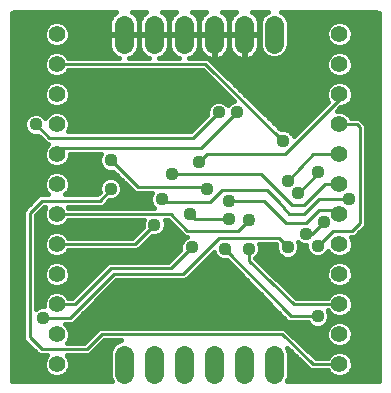
<source format=gbl>
G75*
G70*
%OFA0B0*%
%FSLAX24Y24*%
%IPPOS*%
%LPD*%
%AMOC8*
5,1,8,0,0,1.08239X$1,22.5*
%
%ADD10C,0.0555*%
%ADD11C,0.0640*%
%ADD12C,0.0100*%
%ADD13C,0.0440*%
%ADD14C,0.0436*%
%ADD15C,0.0160*%
D10*
X001859Y001494D03*
X001859Y002494D03*
X001859Y003494D03*
X001859Y004494D03*
X001859Y005494D03*
X001859Y006494D03*
X001859Y007494D03*
X001859Y008494D03*
X001859Y009494D03*
X001859Y010494D03*
X001859Y011494D03*
X001859Y012494D03*
X011284Y012494D03*
X011284Y011494D03*
X011284Y010494D03*
X011284Y009494D03*
X011284Y008494D03*
X011284Y007494D03*
X011284Y006494D03*
X011284Y005494D03*
X011284Y004494D03*
X011284Y003494D03*
X011284Y002494D03*
X011284Y001494D03*
D11*
X009109Y001814D02*
X009109Y001174D01*
X008109Y001174D02*
X008109Y001814D01*
X007109Y001814D02*
X007109Y001174D01*
X006109Y001174D02*
X006109Y001814D01*
X005109Y001814D02*
X005109Y001174D01*
X004109Y001174D02*
X004109Y001814D01*
X004109Y012174D02*
X004109Y012814D01*
X005109Y012814D02*
X005109Y012174D01*
X006109Y012174D02*
X006109Y012814D01*
X007109Y012814D02*
X007109Y012174D01*
X008109Y012174D02*
X008109Y012814D01*
X009109Y012814D02*
X009109Y012174D01*
D12*
X007859Y009894D02*
X006659Y008694D01*
X002059Y008694D01*
X001859Y008494D01*
X001609Y009044D02*
X006409Y009044D01*
X007259Y009894D01*
X006859Y008494D02*
X009459Y008494D01*
X011259Y010294D01*
X011259Y010444D01*
X011284Y010494D01*
X011284Y009494D02*
X011859Y009494D01*
X011959Y009394D01*
X011959Y006194D01*
X011709Y005944D01*
X011059Y005944D01*
X010559Y005444D01*
X010359Y005844D02*
X010159Y005844D01*
X010359Y005844D02*
X010759Y006244D01*
X010609Y006644D02*
X011159Y006644D01*
X011309Y006494D01*
X011284Y006494D01*
X011609Y006994D02*
X010609Y006994D01*
X010109Y006494D01*
X009609Y006494D01*
X009259Y006894D01*
X008859Y007294D01*
X007359Y007294D01*
X006959Y006894D01*
X005459Y006894D01*
X005359Y006994D01*
X005659Y006494D02*
X001859Y006494D01*
X001359Y006944D02*
X000959Y006544D01*
X000959Y002394D01*
X001359Y001994D01*
X002859Y001994D01*
X003359Y002494D01*
X009359Y002494D01*
X010409Y001494D01*
X011284Y001494D01*
X010559Y003094D02*
X009659Y003094D01*
X007459Y005344D01*
X007259Y005694D02*
X006059Y004494D01*
X003759Y004494D01*
X002309Y003044D01*
X001409Y003044D01*
X001859Y003494D02*
X002459Y003494D01*
X003659Y004694D01*
X005659Y004694D01*
X006359Y005394D01*
X006209Y005944D02*
X005659Y006494D01*
X005109Y006144D02*
X004459Y005494D01*
X001859Y005494D01*
X001359Y006944D02*
X003309Y006944D01*
X003659Y007344D01*
X004559Y007394D02*
X003659Y008294D01*
X004559Y007394D02*
X006759Y007394D01*
X006859Y007344D01*
X006309Y006494D02*
X006459Y006344D01*
X007609Y006344D01*
X007909Y005944D02*
X006209Y005944D01*
X007259Y005694D02*
X009259Y005694D01*
X009559Y005394D01*
X009509Y006194D02*
X010159Y006194D01*
X010609Y006644D01*
X010109Y006794D02*
X010809Y007494D01*
X011284Y007494D01*
X010559Y007844D02*
X010559Y007894D01*
X010559Y007844D02*
X009909Y007194D01*
X009709Y006794D02*
X010109Y006794D01*
X009709Y006794D02*
X008659Y007844D01*
X005709Y007844D01*
X006609Y008244D02*
X006859Y008494D01*
X007609Y006944D02*
X008759Y006944D01*
X009509Y006194D01*
X008259Y006294D02*
X007909Y005944D01*
X008259Y005344D02*
X008259Y004944D01*
X009759Y003494D01*
X011284Y003494D01*
X009559Y007594D02*
X010409Y008494D01*
X011284Y008494D01*
X009409Y008944D02*
X006809Y011494D01*
X001859Y011494D01*
X001159Y009494D02*
X001609Y009044D01*
D13*
X001159Y009494D03*
X003659Y008294D03*
X003659Y007344D03*
X005109Y006144D03*
X005359Y006994D03*
X005709Y007844D03*
X006609Y008244D03*
X006859Y007344D03*
X006309Y006494D03*
X006359Y005394D03*
X007459Y005344D03*
X008259Y005344D03*
X007609Y006344D03*
X009559Y005394D03*
X010159Y005844D03*
X010559Y005444D03*
X010759Y006244D03*
X011609Y006994D03*
X010559Y007894D03*
X009909Y007194D03*
X009559Y007594D03*
X009409Y008944D03*
X007859Y009894D03*
X007259Y009894D03*
X010559Y003094D03*
X001409Y003044D03*
D14*
X003859Y003494D03*
X005559Y005594D03*
X007609Y006944D03*
X008259Y006294D03*
X009859Y003994D03*
X008359Y003394D03*
X004109Y010494D03*
X001109Y010994D03*
X009609Y010994D03*
D15*
X000359Y013216D02*
X000359Y000926D01*
X003692Y000926D01*
X003629Y001078D01*
X003629Y001909D01*
X003702Y002086D01*
X003837Y002221D01*
X003989Y002284D01*
X003446Y002284D01*
X002946Y001784D01*
X002772Y001784D01*
X002187Y001784D01*
X002230Y001742D01*
X002296Y001581D01*
X002296Y001407D01*
X002230Y001246D01*
X002107Y001123D01*
X001946Y001056D01*
X001772Y001056D01*
X001611Y001123D01*
X001488Y001246D01*
X001421Y001407D01*
X001421Y001581D01*
X001488Y001742D01*
X001530Y001784D01*
X001272Y001784D01*
X001149Y001907D01*
X000749Y002307D01*
X000749Y002481D01*
X000749Y006631D01*
X000872Y006754D01*
X001272Y007154D01*
X001446Y007154D01*
X001580Y007154D01*
X001488Y007246D01*
X001421Y007407D01*
X001421Y007581D01*
X001488Y007742D01*
X001611Y007865D01*
X001772Y007931D01*
X001946Y007931D01*
X002107Y007865D01*
X002230Y007742D01*
X002296Y007581D01*
X002296Y007407D01*
X002230Y007246D01*
X002137Y007154D01*
X003214Y007154D01*
X003290Y007241D01*
X003279Y007268D01*
X003279Y007419D01*
X003337Y007559D01*
X003444Y007666D01*
X003583Y007724D01*
X003734Y007724D01*
X003874Y007666D01*
X003981Y007559D01*
X004039Y007419D01*
X004039Y007268D01*
X003981Y007129D01*
X003874Y007022D01*
X003734Y006964D01*
X003605Y006964D01*
X003519Y006865D01*
X003519Y006857D01*
X003462Y006800D01*
X003410Y006740D01*
X003402Y006740D01*
X003396Y006734D01*
X003316Y006734D01*
X003236Y006729D01*
X003230Y006734D01*
X002233Y006734D01*
X002245Y006704D01*
X005112Y006704D01*
X005037Y006779D01*
X004979Y006918D01*
X004979Y007069D01*
X005026Y007184D01*
X004646Y007184D01*
X004472Y007184D01*
X003740Y007916D01*
X003734Y007914D01*
X003583Y007914D01*
X003444Y007972D01*
X003337Y008079D01*
X003279Y008218D01*
X003279Y008369D01*
X003326Y008484D01*
X002296Y008484D01*
X002296Y008407D01*
X002230Y008246D01*
X002107Y008123D01*
X001946Y008056D01*
X001772Y008056D01*
X001611Y008123D01*
X001488Y008246D01*
X001421Y008407D01*
X001421Y008581D01*
X001488Y008742D01*
X001580Y008834D01*
X001522Y008834D01*
X001399Y008957D01*
X001240Y009116D01*
X001234Y009114D01*
X001083Y009114D01*
X000944Y009172D01*
X000837Y009279D01*
X000779Y009418D01*
X000779Y009569D01*
X000837Y009709D01*
X000944Y009816D01*
X001083Y009874D01*
X001234Y009874D01*
X001374Y009816D01*
X001476Y009714D01*
X001488Y009742D01*
X001611Y009865D01*
X001772Y009931D01*
X001946Y009931D01*
X002107Y009865D01*
X002230Y009742D01*
X002296Y009581D01*
X002296Y009407D01*
X002233Y009254D01*
X006322Y009254D01*
X006881Y009813D01*
X006879Y009818D01*
X006879Y009969D01*
X006937Y010109D01*
X007044Y010216D01*
X007183Y010274D01*
X007334Y010274D01*
X007474Y010216D01*
X007559Y010131D01*
X007644Y010216D01*
X007762Y010265D01*
X006723Y011284D01*
X002245Y011284D01*
X002230Y011246D01*
X002107Y011123D01*
X001946Y011056D01*
X001772Y011056D01*
X001611Y011123D01*
X001488Y011246D01*
X001421Y011407D01*
X001421Y011581D01*
X001488Y011742D01*
X001611Y011865D01*
X001772Y011931D01*
X001946Y011931D01*
X002107Y011865D01*
X002230Y011742D01*
X002245Y011704D01*
X003937Y011704D01*
X003826Y011750D01*
X003685Y011891D01*
X003609Y012074D01*
X003609Y012474D01*
X004089Y012474D01*
X004089Y012514D01*
X003609Y012514D01*
X003609Y012913D01*
X003685Y013097D01*
X003826Y013238D01*
X003841Y013244D01*
X000447Y013244D01*
X000359Y013216D01*
X000359Y013177D02*
X003765Y013177D01*
X003653Y013019D02*
X000359Y013019D01*
X000359Y012860D02*
X001607Y012860D01*
X001611Y012865D02*
X001488Y012742D01*
X001421Y012581D01*
X001421Y012407D01*
X001488Y012246D01*
X001611Y012123D01*
X001772Y012056D01*
X001946Y012056D01*
X002107Y012123D01*
X002230Y012246D01*
X002296Y012407D01*
X002296Y012581D01*
X002230Y012742D01*
X002107Y012865D01*
X001946Y012931D01*
X001772Y012931D01*
X001611Y012865D01*
X001471Y012702D02*
X000359Y012702D01*
X000359Y012543D02*
X001421Y012543D01*
X001431Y012385D02*
X000359Y012385D01*
X000359Y012226D02*
X001508Y012226D01*
X001745Y012068D02*
X000359Y012068D01*
X000359Y011909D02*
X001718Y011909D01*
X001497Y011750D02*
X000359Y011750D01*
X000359Y011592D02*
X001426Y011592D01*
X001421Y011433D02*
X000359Y011433D01*
X000359Y011275D02*
X001476Y011275D01*
X001627Y011116D02*
X000359Y011116D01*
X000359Y010958D02*
X007056Y010958D01*
X007217Y010799D02*
X002172Y010799D01*
X002230Y010742D02*
X002107Y010865D01*
X001946Y010931D01*
X001772Y010931D01*
X001611Y010865D01*
X001488Y010742D01*
X001421Y010581D01*
X001421Y010407D01*
X001488Y010246D01*
X001611Y010123D01*
X001772Y010056D01*
X001946Y010056D01*
X002107Y010123D01*
X002230Y010246D01*
X002296Y010407D01*
X002296Y010581D01*
X002230Y010742D01*
X002272Y010641D02*
X007379Y010641D01*
X007541Y010482D02*
X002296Y010482D01*
X002262Y010324D02*
X007702Y010324D01*
X007593Y010165D02*
X007525Y010165D01*
X006993Y010165D02*
X002149Y010165D01*
X002123Y009848D02*
X006879Y009848D01*
X006894Y010006D02*
X000359Y010006D01*
X000359Y009848D02*
X001021Y009848D01*
X000829Y009689D02*
X000359Y009689D01*
X000359Y009531D02*
X000779Y009531D01*
X000798Y009372D02*
X000359Y009372D01*
X000359Y009214D02*
X000902Y009214D01*
X001301Y009055D02*
X000359Y009055D01*
X000359Y008897D02*
X001459Y008897D01*
X001487Y008738D02*
X000359Y008738D01*
X000359Y008580D02*
X001421Y008580D01*
X001421Y008421D02*
X000359Y008421D01*
X000359Y008262D02*
X001481Y008262D01*
X001657Y008104D02*
X000359Y008104D01*
X000359Y007945D02*
X003507Y007945D01*
X003326Y008104D02*
X002061Y008104D01*
X002237Y008262D02*
X003279Y008262D01*
X003300Y008421D02*
X002296Y008421D01*
X002185Y007787D02*
X003869Y007787D01*
X003912Y007628D02*
X004027Y007628D01*
X004018Y007470D02*
X004186Y007470D01*
X004039Y007311D02*
X004345Y007311D01*
X003991Y007153D02*
X005013Y007153D01*
X004979Y006994D02*
X003808Y006994D01*
X003498Y006836D02*
X005013Y006836D01*
X004756Y006284D02*
X004729Y006219D01*
X004729Y006068D01*
X004731Y006063D01*
X004372Y005704D01*
X002245Y005704D01*
X002230Y005742D01*
X002107Y005865D01*
X001946Y005931D01*
X001772Y005931D01*
X001611Y005865D01*
X001488Y005742D01*
X001421Y005581D01*
X001421Y005407D01*
X001488Y005246D01*
X001611Y005123D01*
X001772Y005056D01*
X001946Y005056D01*
X002107Y005123D01*
X002230Y005246D01*
X002245Y005284D01*
X004546Y005284D01*
X004669Y005407D01*
X005028Y005766D01*
X005033Y005764D01*
X005184Y005764D01*
X005324Y005822D01*
X005431Y005929D01*
X005489Y006068D01*
X005489Y006219D01*
X005462Y006284D01*
X005572Y006284D01*
X006122Y005734D01*
X006187Y005734D01*
X006144Y005716D01*
X006037Y005609D01*
X005979Y005469D01*
X005979Y005318D01*
X005981Y005313D01*
X005572Y004904D01*
X003746Y004904D01*
X003572Y004904D01*
X002372Y003704D01*
X002245Y003704D01*
X002230Y003742D01*
X002107Y003865D01*
X001946Y003931D01*
X001772Y003931D01*
X001611Y003865D01*
X001488Y003742D01*
X001421Y003581D01*
X001421Y003424D01*
X001333Y003424D01*
X001194Y003366D01*
X001169Y003341D01*
X001169Y006457D01*
X001446Y006734D01*
X001485Y006734D01*
X001421Y006581D01*
X001421Y006407D01*
X001488Y006246D01*
X001611Y006123D01*
X001772Y006056D01*
X001946Y006056D01*
X002107Y006123D01*
X002230Y006246D01*
X002245Y006284D01*
X004756Y006284D01*
X004729Y006201D02*
X002185Y006201D01*
X002059Y005884D02*
X004552Y005884D01*
X004394Y005726D02*
X002236Y005726D01*
X002231Y005250D02*
X005918Y005250D01*
X005760Y005092D02*
X002031Y005092D01*
X001946Y004931D02*
X001772Y004931D01*
X001611Y004865D01*
X001488Y004742D01*
X001421Y004581D01*
X001421Y004407D01*
X001488Y004246D01*
X001611Y004123D01*
X001772Y004056D01*
X001946Y004056D01*
X002107Y004123D01*
X002230Y004246D01*
X002296Y004407D01*
X002296Y004581D01*
X002230Y004742D01*
X002107Y004865D01*
X001946Y004931D01*
X002197Y004775D02*
X003443Y004775D01*
X003284Y004616D02*
X002282Y004616D01*
X002296Y004457D02*
X003126Y004457D01*
X002967Y004299D02*
X002252Y004299D01*
X002124Y004140D02*
X002808Y004140D01*
X002650Y003982D02*
X001169Y003982D01*
X001169Y004140D02*
X001594Y004140D01*
X001466Y004299D02*
X001169Y004299D01*
X001169Y004457D02*
X001421Y004457D01*
X001436Y004616D02*
X001169Y004616D01*
X001169Y004775D02*
X001521Y004775D01*
X001687Y005092D02*
X001169Y005092D01*
X001169Y005250D02*
X001486Y005250D01*
X001421Y005409D02*
X001169Y005409D01*
X001169Y005567D02*
X001421Y005567D01*
X001481Y005726D02*
X001169Y005726D01*
X001169Y005884D02*
X001659Y005884D01*
X001533Y006201D02*
X001169Y006201D01*
X001169Y006043D02*
X004711Y006043D01*
X004988Y005726D02*
X006167Y005726D01*
X006019Y005567D02*
X004829Y005567D01*
X004671Y005409D02*
X005979Y005409D01*
X005971Y005884D02*
X005387Y005884D01*
X005478Y006043D02*
X005813Y006043D01*
X005654Y006201D02*
X005489Y006201D01*
X005601Y004933D02*
X001169Y004933D01*
X000749Y004933D02*
X000359Y004933D01*
X000359Y004775D02*
X000749Y004775D01*
X000749Y004616D02*
X000359Y004616D01*
X000359Y004457D02*
X000749Y004457D01*
X000749Y004299D02*
X000359Y004299D01*
X000359Y004140D02*
X000749Y004140D01*
X000749Y003982D02*
X000359Y003982D01*
X000359Y003823D02*
X000749Y003823D01*
X000749Y003665D02*
X000359Y003665D01*
X000359Y003506D02*
X000749Y003506D01*
X000749Y003348D02*
X000359Y003348D01*
X000359Y003189D02*
X000749Y003189D01*
X000749Y003031D02*
X000359Y003031D01*
X000359Y002872D02*
X000749Y002872D01*
X000749Y002713D02*
X000359Y002713D01*
X000359Y002555D02*
X000749Y002555D01*
X000749Y002396D02*
X000359Y002396D01*
X000359Y002238D02*
X000818Y002238D01*
X000976Y002079D02*
X000359Y002079D01*
X000359Y001921D02*
X001135Y001921D01*
X001431Y001604D02*
X000359Y001604D01*
X000359Y001762D02*
X001509Y001762D01*
X001421Y001445D02*
X000359Y001445D01*
X000359Y001287D02*
X001471Y001287D01*
X001606Y001128D02*
X000359Y001128D01*
X000359Y000969D02*
X003674Y000969D01*
X003629Y001128D02*
X002112Y001128D01*
X002246Y001287D02*
X003629Y001287D01*
X003629Y001445D02*
X002296Y001445D01*
X002287Y001604D02*
X003629Y001604D01*
X003629Y001762D02*
X002209Y001762D01*
X002187Y002204D02*
X002230Y002246D01*
X002296Y002407D01*
X002296Y002581D01*
X002230Y002742D01*
X002137Y002834D01*
X002396Y002834D01*
X002519Y002957D01*
X003846Y004284D01*
X006146Y004284D01*
X006269Y004407D01*
X007094Y005232D01*
X007137Y005129D01*
X007244Y005022D01*
X007383Y004964D01*
X007534Y004964D01*
X007536Y004965D01*
X009449Y003008D01*
X009449Y003007D01*
X009509Y002947D01*
X009570Y002885D01*
X009571Y002885D01*
X009572Y002884D01*
X009658Y002884D01*
X009744Y002883D01*
X009744Y002884D01*
X010235Y002884D01*
X010237Y002879D01*
X010344Y002772D01*
X010483Y002714D01*
X010634Y002714D01*
X010774Y002772D01*
X010881Y002879D01*
X010939Y003018D01*
X010939Y003169D01*
X010891Y003284D01*
X010898Y003284D01*
X010913Y003246D01*
X011036Y003123D01*
X011197Y003056D01*
X011371Y003056D01*
X011532Y003123D01*
X011655Y003246D01*
X011722Y003407D01*
X011722Y003581D01*
X011655Y003742D01*
X011532Y003865D01*
X011371Y003931D01*
X011197Y003931D01*
X011036Y003865D01*
X010913Y003742D01*
X010898Y003704D01*
X009844Y003704D01*
X008477Y005025D01*
X008581Y005129D01*
X008639Y005268D01*
X008639Y005419D01*
X008612Y005484D01*
X009172Y005484D01*
X009181Y005475D01*
X009179Y005469D01*
X009179Y005318D01*
X009237Y005179D01*
X009344Y005072D01*
X009483Y005014D01*
X009634Y005014D01*
X009774Y005072D01*
X009881Y005179D01*
X009939Y005318D01*
X009939Y005469D01*
X009899Y005567D01*
X009944Y005522D01*
X010083Y005464D01*
X010179Y005464D01*
X010179Y005368D01*
X010237Y005229D01*
X010344Y005122D01*
X010483Y005064D01*
X010634Y005064D01*
X010774Y005122D01*
X010881Y005229D01*
X010901Y005276D01*
X010913Y005246D01*
X011036Y005123D01*
X011197Y005056D01*
X011371Y005056D01*
X011532Y005123D01*
X011655Y005246D01*
X011722Y005407D01*
X011722Y005581D01*
X011658Y005734D01*
X011796Y005734D01*
X012169Y006107D01*
X012169Y006281D01*
X012169Y009307D01*
X012169Y009481D01*
X012069Y009581D01*
X011946Y009704D01*
X011671Y009704D01*
X011655Y009742D01*
X011532Y009865D01*
X011371Y009931D01*
X011197Y009931D01*
X011191Y009929D01*
X011318Y010056D01*
X011371Y010056D01*
X011532Y010123D01*
X011655Y010246D01*
X011722Y010407D01*
X011722Y010581D01*
X011655Y010742D01*
X011532Y010865D01*
X011371Y010931D01*
X011197Y010931D01*
X011036Y010865D01*
X010913Y010742D01*
X010847Y010581D01*
X010847Y010407D01*
X010913Y010246D01*
X010914Y010246D01*
X009759Y009091D01*
X009731Y009159D01*
X009624Y009266D01*
X009484Y009324D01*
X009333Y009324D01*
X009325Y009320D01*
X006957Y011642D01*
X006896Y011704D01*
X006895Y011704D01*
X006894Y011705D01*
X006809Y011704D01*
X006281Y011704D01*
X006392Y011750D01*
X006533Y011891D01*
X006609Y012074D01*
X006685Y011891D01*
X006826Y011750D01*
X007009Y011674D01*
X007089Y011674D01*
X007089Y012474D01*
X006609Y012474D01*
X006609Y012074D01*
X006609Y012474D01*
X006129Y012474D01*
X006129Y012514D01*
X006609Y012514D01*
X007089Y012514D01*
X007089Y012474D01*
X007129Y012474D01*
X007129Y012514D01*
X007609Y012514D01*
X008089Y012514D01*
X008089Y012474D01*
X007609Y012474D01*
X007609Y012074D01*
X007685Y011891D01*
X007826Y011750D01*
X008009Y011674D01*
X008089Y011674D01*
X008089Y012474D01*
X008129Y012474D01*
X008129Y012514D01*
X008609Y012514D01*
X008609Y012913D01*
X008533Y013097D01*
X008392Y013238D01*
X008377Y013244D01*
X008893Y013244D01*
X008837Y013221D01*
X008702Y013086D01*
X008629Y012909D01*
X008629Y012078D01*
X008702Y011902D01*
X008837Y011767D01*
X009013Y011694D01*
X009204Y011694D01*
X009381Y011767D01*
X009516Y011902D01*
X009589Y012078D01*
X009589Y012909D01*
X009516Y013086D01*
X009381Y013221D01*
X009325Y013244D01*
X012470Y013244D01*
X012614Y013198D01*
X012614Y000926D01*
X009526Y000926D01*
X009589Y001078D01*
X009589Y001909D01*
X009537Y002034D01*
X010262Y001344D01*
X010322Y001284D01*
X010325Y001284D01*
X010327Y001282D01*
X010412Y001284D01*
X010898Y001284D01*
X010913Y001246D01*
X011036Y001123D01*
X011197Y001056D01*
X011371Y001056D01*
X011532Y001123D01*
X011655Y001246D01*
X011722Y001407D01*
X011722Y001581D01*
X011655Y001742D01*
X011532Y001865D01*
X011371Y001931D01*
X011197Y001931D01*
X011036Y001865D01*
X010913Y001742D01*
X010898Y001704D01*
X010493Y001704D01*
X009506Y002644D01*
X009446Y002704D01*
X009443Y002704D01*
X009441Y002706D01*
X009356Y002704D01*
X003272Y002704D01*
X003149Y002581D01*
X002772Y002204D01*
X002187Y002204D01*
X002221Y002238D02*
X002806Y002238D01*
X002964Y002396D02*
X002292Y002396D01*
X002296Y002555D02*
X003123Y002555D01*
X003400Y002238D02*
X003878Y002238D01*
X003699Y002079D02*
X003241Y002079D01*
X003083Y001921D02*
X003634Y001921D01*
X002593Y003031D02*
X009427Y003031D01*
X009272Y003189D02*
X002751Y003189D01*
X002910Y003348D02*
X009117Y003348D01*
X008962Y003506D02*
X003068Y003506D01*
X003227Y003665D02*
X008807Y003665D01*
X008652Y003823D02*
X003385Y003823D01*
X003544Y003982D02*
X008497Y003982D01*
X008342Y004140D02*
X003702Y004140D01*
X002491Y003823D02*
X002148Y003823D01*
X001570Y003823D02*
X001169Y003823D01*
X001169Y003665D02*
X001456Y003665D01*
X001421Y003506D02*
X001169Y003506D01*
X001169Y003348D02*
X001175Y003348D01*
X002241Y002713D02*
X010902Y002713D01*
X010913Y002742D02*
X010847Y002581D01*
X010847Y002407D01*
X010913Y002246D01*
X011036Y002123D01*
X011197Y002056D01*
X011371Y002056D01*
X011532Y002123D01*
X011655Y002246D01*
X011722Y002407D01*
X011722Y002581D01*
X011655Y002742D01*
X011532Y002865D01*
X011371Y002931D01*
X011197Y002931D01*
X011036Y002865D01*
X010913Y002742D01*
X010874Y002872D02*
X011054Y002872D01*
X010939Y003031D02*
X012614Y003031D01*
X012614Y003189D02*
X011598Y003189D01*
X011697Y003348D02*
X012614Y003348D01*
X012614Y003506D02*
X011722Y003506D01*
X011687Y003665D02*
X012614Y003665D01*
X012614Y003823D02*
X011573Y003823D01*
X011532Y004123D02*
X011371Y004056D01*
X011197Y004056D01*
X011036Y004123D01*
X010913Y004246D01*
X010847Y004407D01*
X010847Y004581D01*
X010913Y004742D01*
X011036Y004865D01*
X011197Y004931D01*
X011371Y004931D01*
X011532Y004865D01*
X011655Y004742D01*
X011722Y004581D01*
X011722Y004407D01*
X011655Y004246D01*
X011532Y004123D01*
X011549Y004140D02*
X012614Y004140D01*
X012614Y003982D02*
X009556Y003982D01*
X009392Y004140D02*
X011019Y004140D01*
X010891Y004299D02*
X009228Y004299D01*
X009064Y004457D02*
X010847Y004457D01*
X010861Y004616D02*
X008900Y004616D01*
X008736Y004775D02*
X010946Y004775D01*
X011112Y005092D02*
X010701Y005092D01*
X010890Y005250D02*
X010911Y005250D01*
X010416Y005092D02*
X009794Y005092D01*
X009911Y005250D02*
X010228Y005250D01*
X010179Y005409D02*
X009939Y005409D01*
X009324Y005092D02*
X008544Y005092D01*
X008572Y004933D02*
X012614Y004933D01*
X012614Y004775D02*
X011622Y004775D01*
X011707Y004616D02*
X012614Y004616D01*
X012614Y004457D02*
X011722Y004457D01*
X011677Y004299D02*
X012614Y004299D01*
X012614Y005092D02*
X011456Y005092D01*
X011657Y005250D02*
X012614Y005250D01*
X012614Y005409D02*
X011722Y005409D01*
X011722Y005567D02*
X012614Y005567D01*
X012614Y005726D02*
X011661Y005726D01*
X011946Y005884D02*
X012614Y005884D01*
X012614Y006043D02*
X012105Y006043D01*
X012169Y006201D02*
X012614Y006201D01*
X012614Y006360D02*
X012169Y006360D01*
X012169Y006519D02*
X012614Y006519D01*
X012614Y006677D02*
X012169Y006677D01*
X012169Y006836D02*
X012614Y006836D01*
X012614Y006994D02*
X012169Y006994D01*
X012169Y007153D02*
X012614Y007153D01*
X012614Y007311D02*
X012169Y007311D01*
X012169Y007470D02*
X012614Y007470D01*
X012614Y007628D02*
X012169Y007628D01*
X012169Y007787D02*
X012614Y007787D01*
X012614Y007945D02*
X012169Y007945D01*
X012169Y008104D02*
X012614Y008104D01*
X012614Y008262D02*
X012169Y008262D01*
X012169Y008421D02*
X012614Y008421D01*
X012614Y008580D02*
X012169Y008580D01*
X012169Y008738D02*
X012614Y008738D01*
X012614Y008897D02*
X012169Y008897D01*
X012169Y009055D02*
X012614Y009055D01*
X012614Y009214D02*
X012169Y009214D01*
X012169Y009372D02*
X012614Y009372D01*
X012614Y009531D02*
X012119Y009531D01*
X012069Y009581D02*
X012069Y009581D01*
X011960Y009689D02*
X012614Y009689D01*
X012614Y009848D02*
X011549Y009848D01*
X011574Y010165D02*
X012614Y010165D01*
X012614Y010006D02*
X011268Y010006D01*
X010833Y010165D02*
X008464Y010165D01*
X008302Y010324D02*
X010881Y010324D01*
X010847Y010482D02*
X008140Y010482D01*
X007979Y010641D02*
X010871Y010641D01*
X010971Y010799D02*
X007817Y010799D01*
X007655Y010958D02*
X012614Y010958D01*
X012614Y011116D02*
X011516Y011116D01*
X011532Y011123D02*
X011655Y011246D01*
X011722Y011407D01*
X011722Y011581D01*
X011655Y011742D01*
X011532Y011865D01*
X011371Y011931D01*
X011197Y011931D01*
X011036Y011865D01*
X010913Y011742D01*
X010847Y011581D01*
X010847Y011407D01*
X010913Y011246D01*
X011036Y011123D01*
X011197Y011056D01*
X011371Y011056D01*
X011532Y011123D01*
X011667Y011275D02*
X012614Y011275D01*
X012614Y011433D02*
X011722Y011433D01*
X011717Y011592D02*
X012614Y011592D01*
X012614Y011750D02*
X011646Y011750D01*
X011425Y011909D02*
X012614Y011909D01*
X012614Y012068D02*
X011398Y012068D01*
X011371Y012056D02*
X011532Y012123D01*
X011655Y012246D01*
X011722Y012407D01*
X011722Y012581D01*
X011655Y012742D01*
X011532Y012865D01*
X011371Y012931D01*
X011197Y012931D01*
X011036Y012865D01*
X010913Y012742D01*
X010847Y012581D01*
X010847Y012407D01*
X010913Y012246D01*
X011036Y012123D01*
X011197Y012056D01*
X011371Y012056D01*
X011170Y012068D02*
X009584Y012068D01*
X009589Y012226D02*
X010933Y012226D01*
X010856Y012385D02*
X009589Y012385D01*
X009589Y012543D02*
X010847Y012543D01*
X010897Y012702D02*
X009589Y012702D01*
X009589Y012860D02*
X011032Y012860D01*
X011536Y012860D02*
X012614Y012860D01*
X012614Y012702D02*
X011671Y012702D01*
X011722Y012543D02*
X012614Y012543D01*
X012614Y012385D02*
X011712Y012385D01*
X011635Y012226D02*
X012614Y012226D01*
X012614Y013019D02*
X009544Y013019D01*
X009424Y013177D02*
X012614Y013177D01*
X011143Y011909D02*
X009519Y011909D01*
X009341Y011750D02*
X010922Y011750D01*
X010851Y011592D02*
X007009Y011592D01*
X007129Y011674D02*
X007208Y011674D01*
X007392Y011750D01*
X007533Y011891D01*
X007609Y012074D01*
X007609Y012474D01*
X007129Y012474D01*
X007129Y011674D01*
X007129Y011750D02*
X007089Y011750D01*
X007089Y011909D02*
X007129Y011909D01*
X007129Y012068D02*
X007089Y012068D01*
X007089Y012226D02*
X007129Y012226D01*
X007129Y012385D02*
X007089Y012385D01*
X006677Y011909D02*
X006540Y011909D01*
X006606Y012068D02*
X006612Y012068D01*
X006609Y012226D02*
X006609Y012226D01*
X006609Y012385D02*
X006609Y012385D01*
X006609Y012514D02*
X006609Y012913D01*
X006685Y013097D01*
X006826Y013238D01*
X006840Y013244D01*
X006377Y013244D01*
X006392Y013238D01*
X006533Y013097D01*
X006609Y012913D01*
X006609Y012514D01*
X006609Y012543D02*
X006609Y012543D01*
X006609Y012702D02*
X006609Y012702D01*
X006609Y012860D02*
X006609Y012860D01*
X006565Y013019D02*
X006653Y013019D01*
X006765Y013177D02*
X006452Y013177D01*
X006089Y012514D02*
X006089Y012474D01*
X005609Y012474D01*
X005609Y012074D01*
X005685Y011891D01*
X005826Y011750D01*
X005937Y011704D01*
X005281Y011704D01*
X005392Y011750D01*
X005533Y011891D01*
X005609Y012074D01*
X005609Y012474D01*
X005129Y012474D01*
X005129Y012514D01*
X005609Y012514D01*
X006089Y012514D01*
X005609Y012514D02*
X005609Y012913D01*
X005685Y013097D01*
X005826Y013238D01*
X005841Y013244D01*
X005377Y013244D01*
X005392Y013238D01*
X005533Y013097D01*
X005609Y012913D01*
X005609Y012514D01*
X005609Y012543D02*
X005609Y012543D01*
X005609Y012385D02*
X005609Y012385D01*
X005609Y012226D02*
X005609Y012226D01*
X005606Y012068D02*
X005612Y012068D01*
X005677Y011909D02*
X005540Y011909D01*
X005393Y011750D02*
X005825Y011750D01*
X006393Y011750D02*
X006825Y011750D01*
X007170Y011433D02*
X010847Y011433D01*
X010901Y011275D02*
X007332Y011275D01*
X007494Y011116D02*
X011052Y011116D01*
X011597Y010799D02*
X012614Y010799D01*
X012614Y010641D02*
X011697Y010641D01*
X011722Y010482D02*
X012614Y010482D01*
X012614Y010324D02*
X011687Y010324D01*
X010675Y010006D02*
X008625Y010006D01*
X008787Y009848D02*
X010516Y009848D01*
X010357Y009689D02*
X008949Y009689D01*
X009110Y009531D02*
X010199Y009531D01*
X010040Y009372D02*
X009272Y009372D01*
X009676Y009214D02*
X009882Y009214D01*
X008392Y011750D02*
X008208Y011674D01*
X008129Y011674D01*
X008129Y012474D01*
X008609Y012474D01*
X008609Y012074D01*
X008533Y011891D01*
X008392Y011750D01*
X008393Y011750D02*
X008877Y011750D01*
X008699Y011909D02*
X008540Y011909D01*
X008606Y012068D02*
X008633Y012068D01*
X008629Y012226D02*
X008609Y012226D01*
X008609Y012385D02*
X008629Y012385D01*
X008629Y012543D02*
X008609Y012543D01*
X008609Y012702D02*
X008629Y012702D01*
X008629Y012860D02*
X008609Y012860D01*
X008565Y013019D02*
X008674Y013019D01*
X008794Y013177D02*
X008452Y013177D01*
X007840Y013244D02*
X007826Y013238D01*
X007685Y013097D01*
X007609Y012913D01*
X007609Y012514D01*
X007609Y012913D01*
X007533Y013097D01*
X007392Y013238D01*
X007377Y013244D01*
X007840Y013244D01*
X007765Y013177D02*
X007452Y013177D01*
X007565Y013019D02*
X007653Y013019D01*
X007609Y012860D02*
X007609Y012860D01*
X007609Y012702D02*
X007609Y012702D01*
X007609Y012543D02*
X007609Y012543D01*
X007609Y012385D02*
X007609Y012385D01*
X007609Y012226D02*
X007609Y012226D01*
X007606Y012068D02*
X007612Y012068D01*
X007677Y011909D02*
X007540Y011909D01*
X007393Y011750D02*
X007825Y011750D01*
X008089Y011750D02*
X008129Y011750D01*
X008129Y011909D02*
X008089Y011909D01*
X008089Y012068D02*
X008129Y012068D01*
X008129Y012226D02*
X008089Y012226D01*
X008089Y012385D02*
X008129Y012385D01*
X006894Y011116D02*
X002090Y011116D01*
X002242Y011275D02*
X006732Y011275D01*
X006757Y009689D02*
X002251Y009689D01*
X002296Y009531D02*
X006599Y009531D01*
X006440Y009372D02*
X002282Y009372D01*
X001594Y009848D02*
X001297Y009848D01*
X001569Y010165D02*
X000359Y010165D01*
X000359Y010324D02*
X001456Y010324D01*
X001421Y010482D02*
X000359Y010482D01*
X000359Y010641D02*
X001446Y010641D01*
X001546Y010799D02*
X000359Y010799D01*
X002000Y011909D02*
X003677Y011909D01*
X003612Y012068D02*
X001973Y012068D01*
X002210Y012226D02*
X003609Y012226D01*
X003609Y012385D02*
X002287Y012385D01*
X002296Y012543D02*
X003609Y012543D01*
X003609Y012702D02*
X002246Y012702D01*
X002111Y012860D02*
X003609Y012860D01*
X004129Y012514D02*
X004129Y012474D01*
X004609Y012474D01*
X004609Y012074D01*
X004685Y011891D01*
X004826Y011750D01*
X004937Y011704D01*
X004281Y011704D01*
X004392Y011750D01*
X004533Y011891D01*
X004609Y012074D01*
X004609Y012474D01*
X005089Y012474D01*
X005089Y012514D01*
X004609Y012514D01*
X004609Y012913D01*
X004685Y013097D01*
X004826Y013238D01*
X004841Y013244D01*
X004377Y013244D01*
X004392Y013238D01*
X004533Y013097D01*
X004609Y012913D01*
X004609Y012514D01*
X004129Y012514D01*
X004609Y012543D02*
X004609Y012543D01*
X004609Y012385D02*
X004609Y012385D01*
X004609Y012226D02*
X004609Y012226D01*
X004606Y012068D02*
X004612Y012068D01*
X004677Y011909D02*
X004540Y011909D01*
X004393Y011750D02*
X004825Y011750D01*
X004609Y012702D02*
X004609Y012702D01*
X004609Y012860D02*
X004609Y012860D01*
X004565Y013019D02*
X004653Y013019D01*
X004765Y013177D02*
X004452Y013177D01*
X005452Y013177D02*
X005765Y013177D01*
X005653Y013019D02*
X005565Y013019D01*
X005609Y012860D02*
X005609Y012860D01*
X005609Y012702D02*
X005609Y012702D01*
X003825Y011750D02*
X002221Y011750D01*
X001533Y007787D02*
X000359Y007787D01*
X000359Y007628D02*
X001441Y007628D01*
X001421Y007470D02*
X000359Y007470D01*
X000359Y007311D02*
X001461Y007311D01*
X001271Y007153D02*
X000359Y007153D01*
X000359Y006994D02*
X001112Y006994D01*
X000954Y006836D02*
X000359Y006836D01*
X000359Y006677D02*
X000795Y006677D01*
X000749Y006519D02*
X000359Y006519D01*
X000359Y006360D02*
X000749Y006360D01*
X000749Y006201D02*
X000359Y006201D01*
X000359Y006043D02*
X000749Y006043D01*
X000749Y005884D02*
X000359Y005884D01*
X000359Y005726D02*
X000749Y005726D01*
X000749Y005567D02*
X000359Y005567D01*
X000359Y005409D02*
X000749Y005409D01*
X000749Y005250D02*
X000359Y005250D01*
X000359Y005092D02*
X000749Y005092D01*
X001169Y006360D02*
X001441Y006360D01*
X001421Y006519D02*
X001231Y006519D01*
X001389Y006677D02*
X001461Y006677D01*
X002257Y007311D02*
X003279Y007311D01*
X003300Y007470D02*
X002296Y007470D01*
X002277Y007628D02*
X003406Y007628D01*
X006319Y004457D02*
X008032Y004457D01*
X008187Y004299D02*
X006161Y004299D01*
X006478Y004616D02*
X007877Y004616D01*
X007722Y004775D02*
X006636Y004775D01*
X006795Y004933D02*
X007567Y004933D01*
X007174Y005092D02*
X006954Y005092D01*
X008631Y005250D02*
X009207Y005250D01*
X009179Y005409D02*
X008639Y005409D01*
X009720Y003823D02*
X010995Y003823D01*
X010970Y003189D02*
X010931Y003189D01*
X010847Y002555D02*
X009599Y002555D01*
X009766Y002396D02*
X010851Y002396D01*
X010921Y002238D02*
X009932Y002238D01*
X010099Y002079D02*
X011142Y002079D01*
X011172Y001921D02*
X010265Y001921D01*
X010432Y001762D02*
X010934Y001762D01*
X011397Y001921D02*
X012614Y001921D01*
X012614Y002079D02*
X011426Y002079D01*
X011647Y002238D02*
X012614Y002238D01*
X012614Y002396D02*
X011717Y002396D01*
X011722Y002555D02*
X012614Y002555D01*
X012614Y002713D02*
X011667Y002713D01*
X011514Y002872D02*
X012614Y002872D01*
X012614Y001762D02*
X011634Y001762D01*
X011712Y001604D02*
X012614Y001604D01*
X012614Y001445D02*
X011722Y001445D01*
X011672Y001287D02*
X012614Y001287D01*
X012614Y001128D02*
X011537Y001128D01*
X011031Y001128D02*
X009589Y001128D01*
X009589Y001287D02*
X010319Y001287D01*
X010156Y001445D02*
X009589Y001445D01*
X009589Y001604D02*
X009989Y001604D01*
X009823Y001762D02*
X009589Y001762D01*
X009584Y001921D02*
X009656Y001921D01*
X009544Y000969D02*
X012614Y000969D01*
X010243Y002872D02*
X002434Y002872D01*
M02*

</source>
